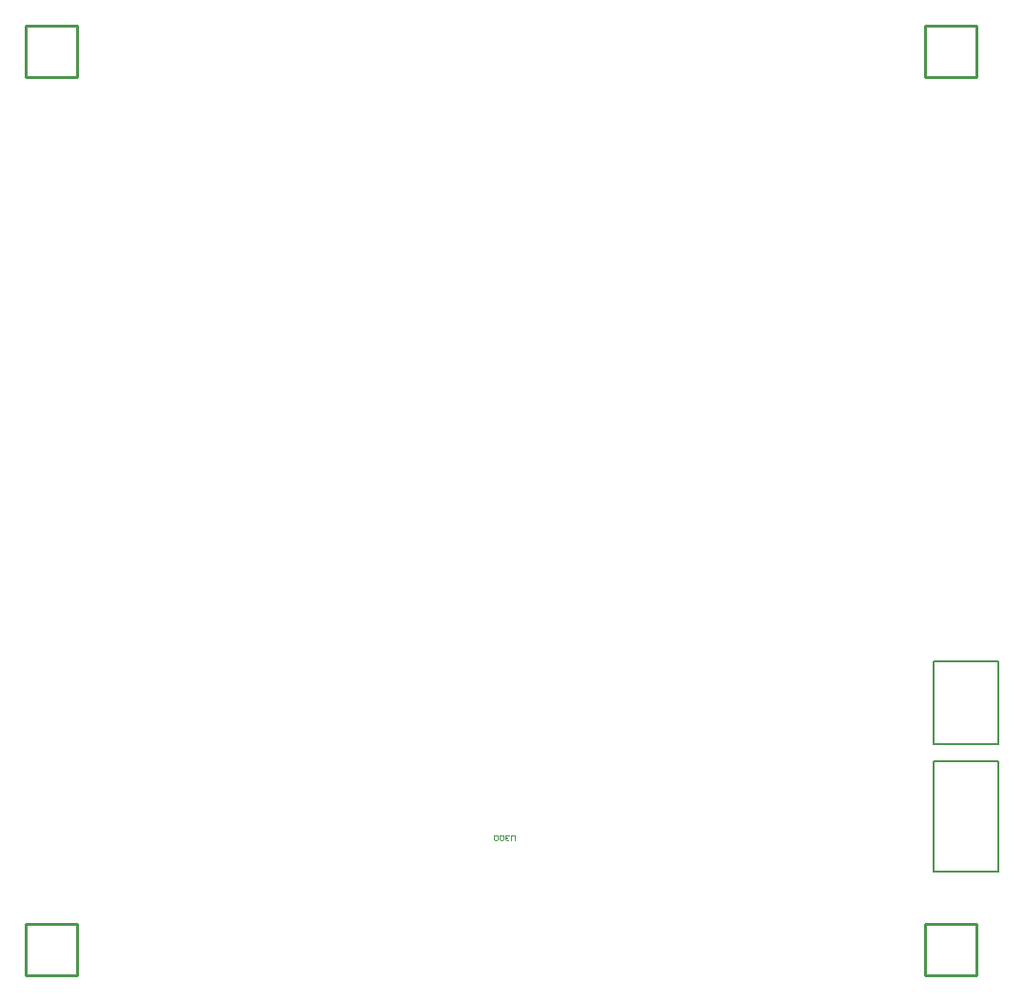
<source format=gm1>
G04*
G04 #@! TF.GenerationSoftware,Altium Limited,Altium Designer,22.9.1 (49)*
G04*
G04 Layer_Color=16711935*
%FSLAX25Y25*%
%MOIN*%
G70*
G04*
G04 #@! TF.SameCoordinates,76B2CB67-AC7D-4B7C-BAB6-E888D97DABA5*
G04*
G04*
G04 #@! TF.FilePolarity,Positive*
G04*
G01*
G75*
%ADD10C,0.01000*%
%ADD13C,0.00787*%
%ADD90C,0.00300*%
D10*
X325646Y325646D02*
Y343646D01*
X343646Y325646D02*
Y343646D01*
X325646D02*
X343646D01*
X325646Y325646D02*
X343646D01*
X10685D02*
Y343646D01*
X28685Y325646D02*
Y343646D01*
X10685D02*
X28685D01*
X10685Y325646D02*
X28685D01*
X325646Y10685D02*
Y28685D01*
X343646Y10685D02*
Y28685D01*
X325646D02*
X343646D01*
X325646Y10685D02*
X343646D01*
X10685D02*
Y28685D01*
X28685Y10685D02*
Y28685D01*
X10685D02*
X28685D01*
X10685Y10685D02*
X28685D01*
D13*
X328649Y47012D02*
X351288D01*
Y85988D01*
X328649D02*
X351288D01*
X328649Y47012D02*
Y85988D01*
Y91854D02*
Y120988D01*
X351288D01*
Y91854D02*
Y120988D01*
X328649Y91854D02*
X351288D01*
D90*
X182000Y58001D02*
Y59667D01*
X181667Y60000D01*
X181000D01*
X180667Y59667D01*
Y58001D01*
X180001Y58334D02*
X179667Y58001D01*
X179001D01*
X178668Y58334D01*
Y58667D01*
X179001Y59000D01*
X179334D01*
X179001D01*
X178668Y59334D01*
Y59667D01*
X179001Y60000D01*
X179667D01*
X180001Y59667D01*
X178001Y58334D02*
X177668Y58001D01*
X177002D01*
X176668Y58334D01*
Y59667D01*
X177002Y60000D01*
X177668D01*
X178001Y59667D01*
Y58334D01*
X176002D02*
X175669Y58001D01*
X175002D01*
X174669Y58334D01*
Y59667D01*
X175002Y60000D01*
X175669D01*
X176002Y59667D01*
Y58334D01*
M02*

</source>
